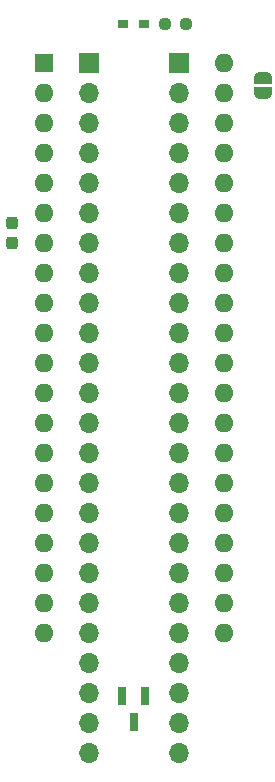
<source format=gbr>
G04 #@! TF.GenerationSoftware,KiCad,Pcbnew,8.0.4+dfsg-1*
G04 #@! TF.CreationDate,2025-02-23T14:49:57+09:00*
G04 #@! TF.ProjectId,bionic-mc6809,62696f6e-6963-42d6-9d63-363830392e6b,6*
G04 #@! TF.SameCoordinates,Original*
G04 #@! TF.FileFunction,Soldermask,Top*
G04 #@! TF.FilePolarity,Negative*
%FSLAX46Y46*%
G04 Gerber Fmt 4.6, Leading zero omitted, Abs format (unit mm)*
G04 Created by KiCad (PCBNEW 8.0.4+dfsg-1) date 2025-02-23 14:49:57*
%MOMM*%
%LPD*%
G01*
G04 APERTURE LIST*
G04 Aperture macros list*
%AMRoundRect*
0 Rectangle with rounded corners*
0 $1 Rounding radius*
0 $2 $3 $4 $5 $6 $7 $8 $9 X,Y pos of 4 corners*
0 Add a 4 corners polygon primitive as box body*
4,1,4,$2,$3,$4,$5,$6,$7,$8,$9,$2,$3,0*
0 Add four circle primitives for the rounded corners*
1,1,$1+$1,$2,$3*
1,1,$1+$1,$4,$5*
1,1,$1+$1,$6,$7*
1,1,$1+$1,$8,$9*
0 Add four rect primitives between the rounded corners*
20,1,$1+$1,$2,$3,$4,$5,0*
20,1,$1+$1,$4,$5,$6,$7,0*
20,1,$1+$1,$6,$7,$8,$9,0*
20,1,$1+$1,$8,$9,$2,$3,0*%
%AMFreePoly0*
4,1,19,0.500000,-0.750000,0.000000,-0.750000,0.000000,-0.744911,-0.071157,-0.744911,-0.207708,-0.704816,-0.327430,-0.627875,-0.420627,-0.520320,-0.479746,-0.390866,-0.500000,-0.250000,-0.500000,0.250000,-0.479746,0.390866,-0.420627,0.520320,-0.327430,0.627875,-0.207708,0.704816,-0.071157,0.744911,0.000000,0.744911,0.000000,0.750000,0.500000,0.750000,0.500000,-0.750000,0.500000,-0.750000,
$1*%
%AMFreePoly1*
4,1,19,0.000000,0.744911,0.071157,0.744911,0.207708,0.704816,0.327430,0.627875,0.420627,0.520320,0.479746,0.390866,0.500000,0.250000,0.500000,-0.250000,0.479746,-0.390866,0.420627,-0.520320,0.327430,-0.627875,0.207708,-0.704816,0.071157,-0.744911,0.000000,-0.744911,0.000000,-0.750000,-0.500000,-0.750000,-0.500000,0.750000,0.000000,0.750000,0.000000,0.744911,0.000000,0.744911,
$1*%
G04 Aperture macros list end*
%ADD10R,0.660400X1.625600*%
%ADD11R,1.600000X1.600000*%
%ADD12O,1.600000X1.600000*%
%ADD13FreePoly0,270.000000*%
%ADD14FreePoly1,270.000000*%
%ADD15O,1.700000X1.700000*%
%ADD16R,1.700000X1.700000*%
%ADD17R,0.965200X0.762000*%
%ADD18RoundRect,0.237500X-0.250000X-0.237500X0.250000X-0.237500X0.250000X0.237500X-0.250000X0.237500X0*%
%ADD19RoundRect,0.237500X0.237500X-0.300000X0.237500X0.300000X-0.237500X0.300000X-0.237500X-0.300000X0*%
G04 APERTURE END LIST*
D10*
X114650001Y-128674000D03*
X112749999Y-128674000D03*
X113700000Y-130806000D03*
D11*
X106080000Y-75080000D03*
D12*
X106080000Y-77620000D03*
X106080000Y-80160000D03*
X106080000Y-82700000D03*
X106080000Y-85240000D03*
X106080000Y-87780000D03*
X106080000Y-90320000D03*
X106080000Y-92860000D03*
X106080000Y-95400000D03*
X106080000Y-97940000D03*
X106080000Y-100480000D03*
X106080000Y-103020000D03*
X106080000Y-105560000D03*
X106080000Y-108100000D03*
X106080000Y-110640000D03*
X106080000Y-113180000D03*
X106080000Y-115720000D03*
X106080000Y-118260000D03*
X106080000Y-120800000D03*
X106080000Y-123340000D03*
X121320000Y-123340000D03*
X121320000Y-120800000D03*
X121320000Y-118260000D03*
X121320000Y-115720000D03*
X121320000Y-113180000D03*
X121320000Y-110640000D03*
X121320000Y-108100000D03*
X121320000Y-105560000D03*
X121320000Y-103020000D03*
X121320000Y-100480000D03*
X121320000Y-97940000D03*
X121320000Y-95400000D03*
X121320000Y-92860000D03*
X121320000Y-90320000D03*
X121320000Y-87780000D03*
X121320000Y-85240000D03*
X121320000Y-82700000D03*
X121320000Y-80160000D03*
X121320000Y-77620000D03*
X121320000Y-75080000D03*
D13*
X124622000Y-76320000D03*
D14*
X124622000Y-77620000D03*
D15*
X117510000Y-133500000D03*
X117510000Y-130960000D03*
X117510000Y-128420000D03*
X117510000Y-125880000D03*
X117510000Y-123340000D03*
X117510000Y-120800000D03*
X117510000Y-118260000D03*
X117510000Y-115720000D03*
X117510000Y-113180000D03*
X117510000Y-110640000D03*
X117510000Y-108100000D03*
X117510000Y-105560000D03*
X117510000Y-103020000D03*
X117510000Y-100480000D03*
X117510000Y-97940000D03*
X117510000Y-95400000D03*
X117510000Y-92860000D03*
X117510000Y-90320000D03*
X117510000Y-87780000D03*
X117510000Y-85240000D03*
X117510000Y-82700000D03*
X117510000Y-80160000D03*
X117510000Y-77620000D03*
D16*
X117510000Y-75080000D03*
X109890000Y-75080000D03*
D15*
X109890000Y-77620000D03*
X109890000Y-80160000D03*
X109890000Y-82700000D03*
X109890000Y-85240000D03*
X109890000Y-87780000D03*
X109890000Y-90320000D03*
X109890000Y-92860000D03*
X109890000Y-95400000D03*
X109890000Y-97940000D03*
X109890000Y-100480000D03*
X109890000Y-103020000D03*
X109890000Y-105560000D03*
X109890000Y-108100000D03*
X109890000Y-110640000D03*
X109890000Y-113180000D03*
X109890000Y-115720000D03*
X109890000Y-118260000D03*
X109890000Y-120800000D03*
X109890000Y-123340000D03*
X109890000Y-125880000D03*
X109890000Y-128420000D03*
X109890000Y-130960000D03*
X109890000Y-133500000D03*
D17*
X114576300Y-71778000D03*
X112823700Y-71778000D03*
D18*
X116343500Y-71778000D03*
X118168500Y-71778000D03*
D19*
X103413000Y-90317800D03*
X103413000Y-88592800D03*
M02*

</source>
